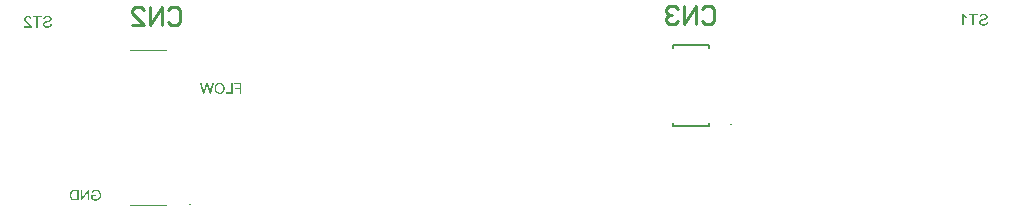
<source format=gbo>
G04*
G04 #@! TF.GenerationSoftware,Altium Limited,Altium Designer,21.4.1 (30)*
G04*
G04 Layer_Color=32896*
%FSLAX25Y25*%
%MOIN*%
G70*
G04*
G04 #@! TF.SameCoordinates,E1CA7C7D-416C-4424-9A17-3CD1BDAA3B9A*
G04*
G04*
G04 #@! TF.FilePolarity,Positive*
G04*
G01*
G75*
%ADD10C,0.00394*%
%ADD11C,0.00787*%
%ADD13C,0.01000*%
G36*
X-139645Y-39339D02*
X-140093D01*
Y-36575D01*
X-141935Y-39339D01*
X-142419D01*
Y-35817D01*
X-141971D01*
Y-38586D01*
X-140123Y-35817D01*
X-139645D01*
Y-39339D01*
D02*
G37*
G36*
X-137273Y-35766D02*
X-137095Y-35791D01*
X-137013Y-35807D01*
X-136937Y-35827D01*
X-136866Y-35842D01*
X-136799Y-35862D01*
X-136738Y-35883D01*
X-136688Y-35903D01*
X-136642Y-35923D01*
X-136601Y-35939D01*
X-136570Y-35954D01*
X-136550Y-35964D01*
X-136535Y-35969D01*
X-136530Y-35974D01*
X-136458Y-36020D01*
X-136387Y-36066D01*
X-136265Y-36173D01*
X-136158Y-36280D01*
X-136072Y-36392D01*
X-136000Y-36489D01*
X-135975Y-36529D01*
X-135954Y-36570D01*
X-135934Y-36601D01*
X-135924Y-36621D01*
X-135919Y-36636D01*
X-135914Y-36641D01*
X-135843Y-36809D01*
X-135792Y-36977D01*
X-135751Y-37140D01*
X-135741Y-37216D01*
X-135725Y-37288D01*
X-135720Y-37354D01*
X-135710Y-37410D01*
X-135705Y-37466D01*
Y-37512D01*
X-135700Y-37547D01*
Y-37573D01*
Y-37593D01*
Y-37598D01*
X-135710Y-37786D01*
X-135736Y-37965D01*
X-135751Y-38046D01*
X-135766Y-38122D01*
X-135786Y-38199D01*
X-135807Y-38265D01*
X-135827Y-38326D01*
X-135848Y-38377D01*
X-135863Y-38428D01*
X-135878Y-38463D01*
X-135893Y-38499D01*
X-135904Y-38519D01*
X-135914Y-38535D01*
Y-38540D01*
X-136005Y-38687D01*
X-136107Y-38815D01*
X-136214Y-38927D01*
X-136316Y-39018D01*
X-136413Y-39090D01*
X-136448Y-39115D01*
X-136484Y-39140D01*
X-136514Y-39156D01*
X-136535Y-39171D01*
X-136550Y-39176D01*
X-136555Y-39181D01*
X-136637Y-39222D01*
X-136718Y-39252D01*
X-136881Y-39308D01*
X-137039Y-39344D01*
X-137186Y-39375D01*
X-137252Y-39380D01*
X-137313Y-39390D01*
X-137370Y-39395D01*
X-137415D01*
X-137451Y-39400D01*
X-137502D01*
X-137644Y-39395D01*
X-137782Y-39380D01*
X-137909Y-39354D01*
X-138021Y-39329D01*
X-138067Y-39319D01*
X-138113Y-39308D01*
X-138153Y-39293D01*
X-138189Y-39283D01*
X-138215Y-39273D01*
X-138235Y-39268D01*
X-138245Y-39263D01*
X-138250D01*
X-138388Y-39207D01*
X-138515Y-39140D01*
X-138637Y-39069D01*
X-138744Y-39003D01*
X-138790Y-38972D01*
X-138835Y-38942D01*
X-138871Y-38916D01*
X-138902Y-38896D01*
X-138927Y-38876D01*
X-138947Y-38860D01*
X-138958Y-38855D01*
X-138963Y-38850D01*
Y-37542D01*
X-137466D01*
Y-37960D01*
X-138505D01*
Y-38621D01*
X-138444Y-38672D01*
X-138372Y-38718D01*
X-138296Y-38759D01*
X-138225Y-38794D01*
X-138164Y-38825D01*
X-138108Y-38850D01*
X-138087Y-38860D01*
X-138077Y-38866D01*
X-138067Y-38871D01*
X-138062D01*
X-137955Y-38906D01*
X-137848Y-38937D01*
X-137751Y-38957D01*
X-137660Y-38967D01*
X-137583Y-38978D01*
X-137553D01*
X-137522Y-38983D01*
X-137471D01*
X-137344Y-38978D01*
X-137222Y-38957D01*
X-137110Y-38932D01*
X-137008Y-38906D01*
X-136927Y-38876D01*
X-136891Y-38866D01*
X-136866Y-38855D01*
X-136840Y-38845D01*
X-136825Y-38835D01*
X-136815Y-38830D01*
X-136810D01*
X-136703Y-38764D01*
X-136606Y-38693D01*
X-136525Y-38616D01*
X-136458Y-38540D01*
X-136402Y-38469D01*
X-136367Y-38412D01*
X-136352Y-38392D01*
X-136346Y-38377D01*
X-136336Y-38367D01*
Y-38362D01*
X-136285Y-38234D01*
X-136245Y-38102D01*
X-136219Y-37970D01*
X-136199Y-37843D01*
X-136194Y-37786D01*
X-136189Y-37736D01*
X-136184Y-37685D01*
Y-37644D01*
X-136179Y-37613D01*
Y-37588D01*
Y-37573D01*
Y-37568D01*
X-136184Y-37425D01*
X-136199Y-37298D01*
X-136219Y-37176D01*
X-136245Y-37069D01*
X-136255Y-37023D01*
X-136270Y-36982D01*
X-136280Y-36947D01*
X-136290Y-36916D01*
X-136301Y-36891D01*
X-136306Y-36875D01*
X-136311Y-36865D01*
Y-36860D01*
X-136346Y-36789D01*
X-136382Y-36723D01*
X-136418Y-36662D01*
X-136453Y-36611D01*
X-136484Y-36570D01*
X-136509Y-36534D01*
X-136530Y-36514D01*
X-136535Y-36509D01*
X-136591Y-36453D01*
X-136652Y-36402D01*
X-136718Y-36361D01*
X-136779Y-36320D01*
X-136830Y-36295D01*
X-136871Y-36270D01*
X-136901Y-36259D01*
X-136911Y-36254D01*
X-137003Y-36219D01*
X-137095Y-36193D01*
X-137191Y-36178D01*
X-137278Y-36163D01*
X-137354Y-36158D01*
X-137385D01*
X-137410Y-36153D01*
X-137466D01*
X-137563Y-36158D01*
X-137655Y-36168D01*
X-137736Y-36183D01*
X-137807Y-36198D01*
X-137868Y-36219D01*
X-137914Y-36234D01*
X-137940Y-36244D01*
X-137950Y-36249D01*
X-138026Y-36285D01*
X-138092Y-36326D01*
X-138153Y-36366D01*
X-138199Y-36407D01*
X-138235Y-36443D01*
X-138265Y-36468D01*
X-138281Y-36489D01*
X-138286Y-36494D01*
X-138331Y-36555D01*
X-138367Y-36626D01*
X-138403Y-36692D01*
X-138433Y-36763D01*
X-138454Y-36825D01*
X-138469Y-36870D01*
X-138474Y-36891D01*
X-138479Y-36906D01*
X-138484Y-36911D01*
Y-36916D01*
X-138907Y-36804D01*
X-138871Y-36677D01*
X-138825Y-36565D01*
X-138779Y-36463D01*
X-138739Y-36382D01*
X-138698Y-36316D01*
X-138668Y-36270D01*
X-138647Y-36239D01*
X-138637Y-36229D01*
X-138566Y-36147D01*
X-138489Y-36081D01*
X-138408Y-36020D01*
X-138331Y-35969D01*
X-138260Y-35934D01*
X-138204Y-35903D01*
X-138184Y-35893D01*
X-138169Y-35888D01*
X-138159Y-35883D01*
X-138153D01*
X-138036Y-35842D01*
X-137914Y-35811D01*
X-137802Y-35786D01*
X-137695Y-35771D01*
X-137599Y-35761D01*
X-137558D01*
X-137527Y-35756D01*
X-137364D01*
X-137273Y-35766D01*
D02*
G37*
G36*
X-143203Y-39339D02*
X-144470D01*
X-144587Y-39334D01*
X-144694Y-39329D01*
X-144791Y-39319D01*
X-144872Y-39308D01*
X-144943Y-39298D01*
X-144994Y-39293D01*
X-145010Y-39288D01*
X-145025Y-39283D01*
X-145035D01*
X-145127Y-39257D01*
X-145208Y-39227D01*
X-145279Y-39202D01*
X-145341Y-39171D01*
X-145391Y-39145D01*
X-145427Y-39125D01*
X-145447Y-39110D01*
X-145457Y-39105D01*
X-145524Y-39059D01*
X-145580Y-39003D01*
X-145636Y-38952D01*
X-145682Y-38901D01*
X-145722Y-38855D01*
X-145753Y-38820D01*
X-145773Y-38794D01*
X-145778Y-38784D01*
X-145829Y-38703D01*
X-145880Y-38616D01*
X-145921Y-38535D01*
X-145951Y-38453D01*
X-145982Y-38382D01*
X-146002Y-38326D01*
X-146007Y-38306D01*
X-146012Y-38290D01*
X-146017Y-38280D01*
Y-38275D01*
X-146048Y-38153D01*
X-146073Y-38031D01*
X-146089Y-37914D01*
X-146104Y-37802D01*
X-146109Y-37705D01*
Y-37664D01*
X-146114Y-37629D01*
Y-37603D01*
Y-37578D01*
Y-37568D01*
Y-37563D01*
X-146109Y-37389D01*
X-146094Y-37232D01*
X-146068Y-37089D01*
X-146058Y-37023D01*
X-146043Y-36967D01*
X-146028Y-36911D01*
X-146017Y-36865D01*
X-146007Y-36825D01*
X-145992Y-36789D01*
X-145987Y-36758D01*
X-145977Y-36738D01*
X-145972Y-36728D01*
Y-36723D01*
X-145916Y-36590D01*
X-145850Y-36473D01*
X-145778Y-36371D01*
X-145712Y-36285D01*
X-145651Y-36214D01*
X-145600Y-36163D01*
X-145580Y-36147D01*
X-145564Y-36132D01*
X-145559Y-36127D01*
X-145554Y-36122D01*
X-145473Y-36056D01*
X-145386Y-36005D01*
X-145300Y-35959D01*
X-145218Y-35923D01*
X-145147Y-35898D01*
X-145091Y-35883D01*
X-145071Y-35873D01*
X-145055D01*
X-145045Y-35868D01*
X-145040D01*
X-144954Y-35852D01*
X-144852Y-35837D01*
X-144750Y-35827D01*
X-144648Y-35822D01*
X-144557Y-35817D01*
X-143203D01*
Y-39339D01*
D02*
G37*
G36*
X-99050Y-3739D02*
X-99538D01*
X-100281Y-1056D01*
X-100302Y-990D01*
X-100317Y-919D01*
X-100337Y-848D01*
X-100353Y-787D01*
X-100368Y-731D01*
X-100378Y-685D01*
X-100383Y-654D01*
X-100388Y-649D01*
Y-644D01*
X-100393Y-660D01*
X-100398Y-685D01*
X-100414Y-741D01*
X-100434Y-807D01*
X-100454Y-878D01*
X-100470Y-945D01*
X-100485Y-1001D01*
X-100490Y-1026D01*
X-100495Y-1041D01*
X-100500Y-1051D01*
Y-1056D01*
X-101238Y-3739D01*
X-101696D01*
X-102663Y-217D01*
X-102190D01*
X-101640Y-2482D01*
X-101600Y-2640D01*
X-101569Y-2782D01*
X-101539Y-2914D01*
X-101513Y-3026D01*
X-101498Y-3077D01*
X-101493Y-3123D01*
X-101482Y-3159D01*
X-101477Y-3189D01*
X-101467Y-3215D01*
Y-3235D01*
X-101462Y-3245D01*
Y-3250D01*
X-101426Y-3026D01*
X-101381Y-2808D01*
X-101335Y-2599D01*
X-101314Y-2502D01*
X-101289Y-2405D01*
X-101269Y-2319D01*
X-101248Y-2242D01*
X-101228Y-2176D01*
X-101213Y-2115D01*
X-101202Y-2069D01*
X-101192Y-2034D01*
X-101182Y-2008D01*
Y-2003D01*
X-100683Y-217D01*
X-100118D01*
X-99452Y-2599D01*
X-99446Y-2619D01*
X-99436Y-2650D01*
X-99426Y-2690D01*
X-99416Y-2736D01*
X-99401Y-2787D01*
X-99391Y-2843D01*
X-99360Y-2955D01*
X-99335Y-3067D01*
X-99319Y-3118D01*
X-99309Y-3159D01*
X-99304Y-3199D01*
X-99294Y-3225D01*
X-99289Y-3245D01*
Y-3250D01*
X-99263Y-3118D01*
X-99238Y-2986D01*
X-99212Y-2863D01*
X-99187Y-2757D01*
X-99177Y-2706D01*
X-99167Y-2660D01*
X-99156Y-2624D01*
X-99151Y-2589D01*
X-99146Y-2563D01*
X-99141Y-2543D01*
X-99136Y-2533D01*
Y-2527D01*
X-98612Y-217D01*
X-98128D01*
X-99050Y-3739D01*
D02*
G37*
G36*
X-88900D02*
X-89368D01*
Y-2141D01*
X-91022D01*
Y-1723D01*
X-89368D01*
Y-634D01*
X-91282D01*
Y-217D01*
X-88900D01*
Y-3739D01*
D02*
G37*
G36*
X-91868D02*
X-94071D01*
Y-3322D01*
X-92336D01*
Y-217D01*
X-91868D01*
Y-3739D01*
D02*
G37*
G36*
X-96031Y-161D02*
X-95904Y-176D01*
X-95782Y-201D01*
X-95665Y-232D01*
X-95558Y-273D01*
X-95456Y-313D01*
X-95364Y-359D01*
X-95283Y-405D01*
X-95206Y-451D01*
X-95140Y-497D01*
X-95084Y-537D01*
X-95038Y-578D01*
X-95003Y-609D01*
X-94972Y-634D01*
X-94957Y-649D01*
X-94952Y-654D01*
X-94871Y-751D01*
X-94799Y-853D01*
X-94733Y-965D01*
X-94682Y-1077D01*
X-94636Y-1194D01*
X-94596Y-1306D01*
X-94565Y-1418D01*
X-94545Y-1525D01*
X-94525Y-1627D01*
X-94509Y-1723D01*
X-94499Y-1810D01*
X-94489Y-1881D01*
Y-1942D01*
X-94484Y-1988D01*
Y-2018D01*
Y-2024D01*
Y-2029D01*
X-94494Y-2202D01*
X-94514Y-2359D01*
X-94545Y-2512D01*
X-94565Y-2578D01*
X-94586Y-2645D01*
X-94601Y-2701D01*
X-94621Y-2751D01*
X-94636Y-2797D01*
X-94652Y-2838D01*
X-94662Y-2868D01*
X-94672Y-2889D01*
X-94682Y-2904D01*
Y-2909D01*
X-94769Y-3057D01*
X-94860Y-3184D01*
X-94962Y-3296D01*
X-95059Y-3388D01*
X-95145Y-3464D01*
X-95181Y-3495D01*
X-95212Y-3515D01*
X-95242Y-3535D01*
X-95262Y-3551D01*
X-95273Y-3556D01*
X-95278Y-3561D01*
X-95354Y-3602D01*
X-95430Y-3637D01*
X-95583Y-3698D01*
X-95731Y-3739D01*
X-95868Y-3770D01*
X-95934Y-3780D01*
X-95990Y-3785D01*
X-96041Y-3795D01*
X-96087D01*
X-96118Y-3800D01*
X-96169D01*
X-96337Y-3790D01*
X-96494Y-3764D01*
X-96642Y-3734D01*
X-96708Y-3714D01*
X-96769Y-3693D01*
X-96825Y-3673D01*
X-96876Y-3652D01*
X-96917Y-3637D01*
X-96952Y-3622D01*
X-96983Y-3607D01*
X-97008Y-3596D01*
X-97019Y-3586D01*
X-97024D01*
X-97166Y-3495D01*
X-97288Y-3393D01*
X-97390Y-3286D01*
X-97477Y-3184D01*
X-97548Y-3087D01*
X-97573Y-3052D01*
X-97594Y-3016D01*
X-97614Y-2986D01*
X-97624Y-2965D01*
X-97634Y-2950D01*
Y-2945D01*
X-97675Y-2863D01*
X-97706Y-2782D01*
X-97762Y-2619D01*
X-97802Y-2456D01*
X-97828Y-2309D01*
X-97833Y-2242D01*
X-97843Y-2181D01*
X-97848Y-2125D01*
Y-2080D01*
X-97853Y-2039D01*
Y-2013D01*
Y-1993D01*
Y-1988D01*
X-97843Y-1795D01*
X-97823Y-1616D01*
X-97808Y-1535D01*
X-97787Y-1453D01*
X-97767Y-1382D01*
X-97751Y-1316D01*
X-97731Y-1255D01*
X-97711Y-1199D01*
X-97695Y-1153D01*
X-97675Y-1113D01*
X-97665Y-1082D01*
X-97655Y-1062D01*
X-97645Y-1046D01*
Y-1041D01*
X-97563Y-894D01*
X-97466Y-761D01*
X-97365Y-649D01*
X-97273Y-558D01*
X-97186Y-486D01*
X-97146Y-456D01*
X-97115Y-430D01*
X-97085Y-415D01*
X-97064Y-400D01*
X-97054Y-395D01*
X-97049Y-390D01*
X-96973Y-349D01*
X-96896Y-313D01*
X-96749Y-252D01*
X-96596Y-212D01*
X-96464Y-186D01*
X-96403Y-176D01*
X-96342Y-166D01*
X-96296Y-161D01*
X-96250D01*
X-96214Y-156D01*
X-96169D01*
X-96031Y-161D01*
D02*
G37*
G36*
X-160049Y22131D02*
X-159955Y22126D01*
X-159866Y22109D01*
X-159783Y22093D01*
X-159705Y22070D01*
X-159633Y22048D01*
X-159567Y22020D01*
X-159505Y21993D01*
X-159450Y21965D01*
X-159406Y21937D01*
X-159367Y21915D01*
X-159334Y21893D01*
X-159306Y21876D01*
X-159289Y21859D01*
X-159278Y21854D01*
X-159272Y21848D01*
X-159217Y21793D01*
X-159167Y21732D01*
X-159117Y21665D01*
X-159078Y21599D01*
X-159012Y21465D01*
X-158967Y21332D01*
X-158950Y21271D01*
X-158934Y21210D01*
X-158923Y21160D01*
X-158912Y21116D01*
X-158906Y21077D01*
Y21049D01*
X-158901Y21033D01*
Y21027D01*
X-159383Y20977D01*
X-159395Y21105D01*
X-159417Y21216D01*
X-159450Y21316D01*
X-159489Y21393D01*
X-159522Y21460D01*
X-159555Y21504D01*
X-159578Y21532D01*
X-159589Y21543D01*
X-159672Y21610D01*
X-159761Y21660D01*
X-159855Y21699D01*
X-159938Y21721D01*
X-160016Y21737D01*
X-160083Y21743D01*
X-160105Y21748D01*
X-160138D01*
X-160255Y21743D01*
X-160360Y21721D01*
X-160449Y21687D01*
X-160527Y21654D01*
X-160588Y21615D01*
X-160627Y21587D01*
X-160654Y21565D01*
X-160666Y21554D01*
X-160732Y21476D01*
X-160782Y21399D01*
X-160821Y21321D01*
X-160843Y21243D01*
X-160860Y21182D01*
X-160865Y21127D01*
X-160871Y21093D01*
Y21088D01*
Y21082D01*
X-160860Y20983D01*
X-160837Y20877D01*
X-160799Y20783D01*
X-160760Y20694D01*
X-160715Y20622D01*
X-160677Y20561D01*
X-160666Y20539D01*
X-160654Y20522D01*
X-160643Y20516D01*
Y20511D01*
X-160599Y20450D01*
X-160543Y20389D01*
X-160482Y20322D01*
X-160416Y20256D01*
X-160277Y20122D01*
X-160138Y19989D01*
X-160066Y19928D01*
X-160005Y19873D01*
X-159944Y19823D01*
X-159894Y19778D01*
X-159855Y19745D01*
X-159822Y19717D01*
X-159800Y19701D01*
X-159794Y19695D01*
X-159655Y19578D01*
X-159528Y19467D01*
X-159422Y19367D01*
X-159339Y19284D01*
X-159267Y19212D01*
X-159217Y19162D01*
X-159189Y19129D01*
X-159178Y19123D01*
Y19118D01*
X-159100Y19023D01*
X-159039Y18935D01*
X-158984Y18846D01*
X-158939Y18768D01*
X-158906Y18701D01*
X-158884Y18652D01*
X-158873Y18618D01*
X-158867Y18613D01*
Y18607D01*
X-158845Y18546D01*
X-158834Y18491D01*
X-158823Y18435D01*
X-158817Y18385D01*
X-158812Y18341D01*
Y18307D01*
Y18285D01*
Y18280D01*
X-161359D01*
Y18735D01*
X-159467D01*
X-159533Y18829D01*
X-159567Y18868D01*
X-159594Y18907D01*
X-159622Y18940D01*
X-159644Y18962D01*
X-159661Y18979D01*
X-159667Y18984D01*
X-159694Y19012D01*
X-159728Y19040D01*
X-159805Y19112D01*
X-159894Y19195D01*
X-159988Y19279D01*
X-160077Y19351D01*
X-160116Y19384D01*
X-160149Y19417D01*
X-160177Y19440D01*
X-160199Y19456D01*
X-160210Y19467D01*
X-160216Y19473D01*
X-160305Y19551D01*
X-160394Y19623D01*
X-160471Y19695D01*
X-160543Y19756D01*
X-160610Y19817D01*
X-160666Y19873D01*
X-160721Y19922D01*
X-160765Y19967D01*
X-160810Y20011D01*
X-160843Y20045D01*
X-160871Y20072D01*
X-160899Y20100D01*
X-160926Y20133D01*
X-160937Y20144D01*
X-161015Y20239D01*
X-161082Y20322D01*
X-161137Y20405D01*
X-161182Y20472D01*
X-161215Y20533D01*
X-161237Y20577D01*
X-161248Y20605D01*
X-161254Y20616D01*
X-161287Y20699D01*
X-161309Y20783D01*
X-161331Y20861D01*
X-161343Y20927D01*
X-161348Y20988D01*
X-161354Y21033D01*
Y21060D01*
Y21071D01*
X-161348Y21155D01*
X-161337Y21232D01*
X-161326Y21310D01*
X-161304Y21377D01*
X-161248Y21510D01*
X-161193Y21615D01*
X-161159Y21665D01*
X-161132Y21704D01*
X-161104Y21743D01*
X-161076Y21771D01*
X-161054Y21793D01*
X-161043Y21815D01*
X-161032Y21821D01*
X-161026Y21826D01*
X-160965Y21882D01*
X-160899Y21932D01*
X-160826Y21970D01*
X-160754Y22004D01*
X-160610Y22059D01*
X-160466Y22098D01*
X-160405Y22109D01*
X-160344Y22120D01*
X-160288Y22126D01*
X-160244Y22131D01*
X-160205Y22137D01*
X-160149D01*
X-160049Y22131D01*
D02*
G37*
G36*
X-155504Y21665D02*
X-156769D01*
Y18280D01*
X-157280D01*
Y21665D01*
X-158545D01*
Y22120D01*
X-155504D01*
Y21665D01*
D02*
G37*
G36*
X-153389Y22181D02*
X-153262Y22165D01*
X-153140Y22142D01*
X-153034Y22120D01*
X-152951Y22098D01*
X-152912Y22087D01*
X-152884Y22076D01*
X-152862Y22065D01*
X-152846Y22059D01*
X-152834Y22054D01*
X-152829D01*
X-152718Y21998D01*
X-152618Y21937D01*
X-152535Y21871D01*
X-152468Y21810D01*
X-152418Y21754D01*
X-152379Y21710D01*
X-152352Y21676D01*
X-152346Y21671D01*
Y21665D01*
X-152290Y21571D01*
X-152252Y21476D01*
X-152224Y21382D01*
X-152207Y21299D01*
X-152196Y21227D01*
X-152185Y21171D01*
Y21149D01*
Y21132D01*
Y21127D01*
Y21121D01*
X-152191Y21027D01*
X-152207Y20938D01*
X-152229Y20855D01*
X-152252Y20783D01*
X-152274Y20727D01*
X-152296Y20683D01*
X-152313Y20655D01*
X-152318Y20644D01*
X-152374Y20566D01*
X-152440Y20494D01*
X-152507Y20433D01*
X-152574Y20383D01*
X-152629Y20339D01*
X-152679Y20311D01*
X-152712Y20289D01*
X-152718Y20283D01*
X-152723D01*
X-152768Y20261D01*
X-152818Y20239D01*
X-152929Y20200D01*
X-153056Y20161D01*
X-153179Y20122D01*
X-153289Y20089D01*
X-153340Y20078D01*
X-153384Y20067D01*
X-153417Y20056D01*
X-153445Y20050D01*
X-153462Y20045D01*
X-153467D01*
X-153561Y20022D01*
X-153650Y20000D01*
X-153728Y19978D01*
X-153795Y19961D01*
X-153861Y19945D01*
X-153917Y19928D01*
X-153967Y19917D01*
X-154006Y19900D01*
X-154044Y19889D01*
X-154072Y19884D01*
X-154116Y19867D01*
X-154144Y19861D01*
X-154150Y19856D01*
X-154233Y19823D01*
X-154305Y19784D01*
X-154366Y19745D01*
X-154411Y19712D01*
X-154449Y19678D01*
X-154472Y19656D01*
X-154488Y19639D01*
X-154494Y19634D01*
X-154533Y19584D01*
X-154560Y19529D01*
X-154577Y19473D01*
X-154594Y19429D01*
X-154599Y19384D01*
X-154605Y19351D01*
Y19323D01*
Y19318D01*
X-154599Y19251D01*
X-154588Y19190D01*
X-154572Y19134D01*
X-154549Y19090D01*
X-154527Y19046D01*
X-154510Y19018D01*
X-154499Y18996D01*
X-154494Y18990D01*
X-154449Y18935D01*
X-154394Y18890D01*
X-154339Y18851D01*
X-154288Y18812D01*
X-154239Y18790D01*
X-154200Y18768D01*
X-154172Y18757D01*
X-154161Y18751D01*
X-154078Y18724D01*
X-153989Y18701D01*
X-153900Y18690D01*
X-153822Y18679D01*
X-153756Y18674D01*
X-153700Y18668D01*
X-153650D01*
X-153528Y18674D01*
X-153417Y18685D01*
X-153317Y18701D01*
X-153228Y18724D01*
X-153156Y18746D01*
X-153101Y18763D01*
X-153084Y18768D01*
X-153068Y18774D01*
X-153062Y18779D01*
X-153056D01*
X-152968Y18824D01*
X-152884Y18874D01*
X-152823Y18924D01*
X-152768Y18973D01*
X-152723Y19012D01*
X-152696Y19051D01*
X-152679Y19073D01*
X-152673Y19079D01*
X-152635Y19151D01*
X-152596Y19229D01*
X-152574Y19312D01*
X-152551Y19384D01*
X-152535Y19456D01*
X-152524Y19506D01*
Y19529D01*
X-152518Y19545D01*
Y19551D01*
Y19556D01*
X-152041Y19512D01*
X-152052Y19373D01*
X-152074Y19240D01*
X-152107Y19123D01*
X-152146Y19018D01*
X-152185Y18935D01*
X-152202Y18901D01*
X-152213Y18874D01*
X-152229Y18851D01*
X-152235Y18835D01*
X-152246Y18824D01*
Y18818D01*
X-152329Y18713D01*
X-152418Y18618D01*
X-152513Y18541D01*
X-152601Y18474D01*
X-152679Y18424D01*
X-152746Y18391D01*
X-152768Y18380D01*
X-152785Y18369D01*
X-152796Y18363D01*
X-152801D01*
X-152940Y18313D01*
X-153084Y18274D01*
X-153228Y18252D01*
X-153367Y18230D01*
X-153434Y18224D01*
X-153489Y18219D01*
X-153539D01*
X-153584Y18213D01*
X-153673D01*
X-153822Y18219D01*
X-153961Y18235D01*
X-154089Y18263D01*
X-154194Y18291D01*
X-154283Y18313D01*
X-154322Y18330D01*
X-154355Y18341D01*
X-154377Y18352D01*
X-154394Y18357D01*
X-154405Y18363D01*
X-154411D01*
X-154527Y18424D01*
X-154627Y18491D01*
X-154716Y18563D01*
X-154788Y18629D01*
X-154843Y18685D01*
X-154882Y18735D01*
X-154910Y18768D01*
X-154916Y18774D01*
Y18779D01*
X-154977Y18885D01*
X-155021Y18984D01*
X-155049Y19079D01*
X-155071Y19168D01*
X-155082Y19245D01*
X-155093Y19307D01*
Y19329D01*
Y19345D01*
Y19351D01*
Y19356D01*
X-155088Y19467D01*
X-155071Y19573D01*
X-155043Y19667D01*
X-155016Y19745D01*
X-154982Y19812D01*
X-154960Y19861D01*
X-154938Y19889D01*
X-154932Y19900D01*
X-154866Y19984D01*
X-154788Y20061D01*
X-154705Y20128D01*
X-154622Y20189D01*
X-154549Y20233D01*
X-154488Y20267D01*
X-154466Y20278D01*
X-154449Y20289D01*
X-154438Y20294D01*
X-154433D01*
X-154388Y20317D01*
X-154333Y20333D01*
X-154272Y20355D01*
X-154205Y20378D01*
X-154067Y20416D01*
X-153922Y20455D01*
X-153856Y20472D01*
X-153795Y20489D01*
X-153734Y20505D01*
X-153684Y20516D01*
X-153645Y20527D01*
X-153611Y20533D01*
X-153589Y20539D01*
X-153584D01*
X-153473Y20566D01*
X-153373Y20588D01*
X-153284Y20616D01*
X-153206Y20639D01*
X-153134Y20666D01*
X-153073Y20688D01*
X-153018Y20711D01*
X-152968Y20727D01*
X-152929Y20749D01*
X-152895Y20766D01*
X-152873Y20777D01*
X-152851Y20794D01*
X-152823Y20810D01*
X-152818Y20816D01*
X-152768Y20872D01*
X-152734Y20927D01*
X-152707Y20983D01*
X-152690Y21038D01*
X-152679Y21082D01*
X-152673Y21121D01*
Y21144D01*
Y21155D01*
X-152685Y21243D01*
X-152707Y21321D01*
X-152740Y21388D01*
X-152779Y21449D01*
X-152812Y21493D01*
X-152846Y21532D01*
X-152868Y21554D01*
X-152879Y21560D01*
X-152923Y21587D01*
X-152968Y21615D01*
X-153073Y21660D01*
X-153184Y21687D01*
X-153295Y21710D01*
X-153395Y21721D01*
X-153439Y21726D01*
X-153473Y21732D01*
X-153550D01*
X-153706Y21726D01*
X-153844Y21704D01*
X-153955Y21671D01*
X-154050Y21637D01*
X-154122Y21604D01*
X-154177Y21571D01*
X-154205Y21549D01*
X-154216Y21543D01*
X-154294Y21465D01*
X-154355Y21382D01*
X-154405Y21293D01*
X-154438Y21205D01*
X-154461Y21121D01*
X-154477Y21060D01*
X-154483Y21033D01*
X-154488Y21016D01*
Y21005D01*
Y20999D01*
X-154977Y21038D01*
X-154966Y21160D01*
X-154938Y21271D01*
X-154910Y21377D01*
X-154871Y21465D01*
X-154838Y21538D01*
X-154810Y21593D01*
X-154799Y21610D01*
X-154788Y21626D01*
X-154782Y21632D01*
Y21637D01*
X-154710Y21732D01*
X-154633Y21815D01*
X-154549Y21887D01*
X-154466Y21943D01*
X-154394Y21993D01*
X-154339Y22020D01*
X-154316Y22031D01*
X-154300Y22043D01*
X-154288Y22048D01*
X-154283D01*
X-154161Y22093D01*
X-154028Y22126D01*
X-153906Y22154D01*
X-153789Y22170D01*
X-153684Y22181D01*
X-153645D01*
X-153606Y22187D01*
X-153534D01*
X-153389Y22181D01*
D02*
G37*
G36*
X151754Y22743D02*
X151815Y22654D01*
X151887Y22565D01*
X151954Y22487D01*
X152020Y22421D01*
X152070Y22365D01*
X152093Y22349D01*
X152109Y22332D01*
X152115Y22326D01*
X152120Y22321D01*
X152237Y22226D01*
X152353Y22138D01*
X152464Y22060D01*
X152575Y21999D01*
X152670Y21943D01*
X152708Y21921D01*
X152742Y21905D01*
X152770Y21888D01*
X152792Y21882D01*
X152803Y21871D01*
X152808D01*
Y21416D01*
X152725Y21449D01*
X152642Y21488D01*
X152559Y21527D01*
X152481Y21566D01*
X152414Y21599D01*
X152359Y21627D01*
X152326Y21649D01*
X152320Y21655D01*
X152314D01*
X152215Y21716D01*
X152126Y21777D01*
X152048Y21832D01*
X151987Y21882D01*
X151932Y21921D01*
X151898Y21955D01*
X151871Y21977D01*
X151865Y21982D01*
Y18980D01*
X151393D01*
Y22837D01*
X151699D01*
X151754Y22743D01*
D02*
G37*
G36*
X156544Y22365D02*
X155278D01*
Y18980D01*
X154768D01*
Y22365D01*
X153502D01*
Y22820D01*
X156544D01*
Y22365D01*
D02*
G37*
G36*
X158658Y22881D02*
X158786Y22865D01*
X158908Y22842D01*
X159013Y22820D01*
X159097Y22798D01*
X159135Y22787D01*
X159163Y22776D01*
X159185Y22765D01*
X159202Y22759D01*
X159213Y22754D01*
X159219D01*
X159330Y22698D01*
X159430Y22637D01*
X159513Y22571D01*
X159579Y22510D01*
X159629Y22454D01*
X159668Y22410D01*
X159696Y22376D01*
X159702Y22371D01*
Y22365D01*
X159757Y22271D01*
X159796Y22176D01*
X159824Y22082D01*
X159840Y21999D01*
X159851Y21927D01*
X159862Y21871D01*
Y21849D01*
Y21832D01*
Y21827D01*
Y21821D01*
X159857Y21727D01*
X159840Y21638D01*
X159818Y21555D01*
X159796Y21483D01*
X159774Y21427D01*
X159751Y21383D01*
X159735Y21355D01*
X159729Y21344D01*
X159674Y21266D01*
X159607Y21194D01*
X159541Y21133D01*
X159474Y21083D01*
X159418Y21039D01*
X159369Y21011D01*
X159335Y20989D01*
X159330Y20983D01*
X159324D01*
X159280Y20961D01*
X159230Y20939D01*
X159119Y20900D01*
X158991Y20861D01*
X158869Y20822D01*
X158758Y20789D01*
X158708Y20778D01*
X158664Y20767D01*
X158630Y20756D01*
X158603Y20750D01*
X158586Y20745D01*
X158580D01*
X158486Y20722D01*
X158397Y20700D01*
X158320Y20678D01*
X158253Y20661D01*
X158186Y20645D01*
X158131Y20628D01*
X158081Y20617D01*
X158042Y20600D01*
X158003Y20589D01*
X157975Y20584D01*
X157931Y20567D01*
X157903Y20561D01*
X157898Y20556D01*
X157815Y20523D01*
X157742Y20484D01*
X157681Y20445D01*
X157637Y20412D01*
X157598Y20378D01*
X157576Y20356D01*
X157559Y20339D01*
X157554Y20334D01*
X157515Y20284D01*
X157487Y20229D01*
X157471Y20173D01*
X157454Y20129D01*
X157448Y20084D01*
X157443Y20051D01*
Y20023D01*
Y20018D01*
X157448Y19951D01*
X157459Y19890D01*
X157476Y19834D01*
X157498Y19790D01*
X157520Y19746D01*
X157537Y19718D01*
X157548Y19696D01*
X157554Y19690D01*
X157598Y19635D01*
X157654Y19590D01*
X157709Y19551D01*
X157759Y19512D01*
X157809Y19490D01*
X157848Y19468D01*
X157876Y19457D01*
X157887Y19451D01*
X157970Y19424D01*
X158059Y19401D01*
X158148Y19390D01*
X158225Y19379D01*
X158292Y19374D01*
X158347Y19368D01*
X158397D01*
X158519Y19374D01*
X158630Y19385D01*
X158730Y19401D01*
X158819Y19424D01*
X158891Y19446D01*
X158947Y19463D01*
X158963Y19468D01*
X158980Y19474D01*
X158986Y19479D01*
X158991D01*
X159080Y19524D01*
X159163Y19574D01*
X159224Y19624D01*
X159280Y19673D01*
X159324Y19712D01*
X159352Y19751D01*
X159369Y19773D01*
X159374Y19779D01*
X159413Y19851D01*
X159452Y19929D01*
X159474Y20012D01*
X159496Y20084D01*
X159513Y20156D01*
X159524Y20206D01*
Y20229D01*
X159529Y20245D01*
Y20251D01*
Y20256D01*
X160007Y20212D01*
X159996Y20073D01*
X159974Y19940D01*
X159940Y19823D01*
X159901Y19718D01*
X159862Y19635D01*
X159846Y19601D01*
X159835Y19574D01*
X159818Y19551D01*
X159813Y19535D01*
X159801Y19524D01*
Y19518D01*
X159718Y19413D01*
X159629Y19318D01*
X159535Y19241D01*
X159446Y19174D01*
X159369Y19124D01*
X159302Y19091D01*
X159280Y19080D01*
X159263Y19069D01*
X159252Y19063D01*
X159247D01*
X159108Y19013D01*
X158963Y18974D01*
X158819Y18952D01*
X158680Y18930D01*
X158614Y18924D01*
X158558Y18919D01*
X158508D01*
X158464Y18913D01*
X158375D01*
X158225Y18919D01*
X158087Y18935D01*
X157959Y18963D01*
X157853Y18991D01*
X157765Y19013D01*
X157726Y19030D01*
X157693Y19041D01*
X157670Y19052D01*
X157654Y19057D01*
X157642Y19063D01*
X157637D01*
X157520Y19124D01*
X157421Y19191D01*
X157332Y19263D01*
X157260Y19329D01*
X157204Y19385D01*
X157165Y19435D01*
X157137Y19468D01*
X157132Y19474D01*
Y19479D01*
X157071Y19585D01*
X157026Y19684D01*
X156999Y19779D01*
X156976Y19868D01*
X156965Y19945D01*
X156954Y20007D01*
Y20029D01*
Y20045D01*
Y20051D01*
Y20056D01*
X156960Y20167D01*
X156976Y20273D01*
X157004Y20367D01*
X157032Y20445D01*
X157065Y20512D01*
X157088Y20561D01*
X157110Y20589D01*
X157115Y20600D01*
X157182Y20684D01*
X157260Y20761D01*
X157343Y20828D01*
X157426Y20889D01*
X157498Y20933D01*
X157559Y20967D01*
X157581Y20978D01*
X157598Y20989D01*
X157609Y20994D01*
X157615D01*
X157659Y21017D01*
X157715Y21033D01*
X157776Y21055D01*
X157842Y21078D01*
X157981Y21116D01*
X158125Y21155D01*
X158192Y21172D01*
X158253Y21189D01*
X158314Y21205D01*
X158364Y21216D01*
X158403Y21227D01*
X158436Y21233D01*
X158458Y21239D01*
X158464D01*
X158575Y21266D01*
X158675Y21289D01*
X158764Y21316D01*
X158841Y21339D01*
X158913Y21366D01*
X158975Y21388D01*
X159030Y21411D01*
X159080Y21427D01*
X159119Y21449D01*
X159152Y21466D01*
X159174Y21477D01*
X159196Y21494D01*
X159224Y21510D01*
X159230Y21516D01*
X159280Y21572D01*
X159313Y21627D01*
X159341Y21683D01*
X159357Y21738D01*
X159369Y21782D01*
X159374Y21821D01*
Y21844D01*
Y21855D01*
X159363Y21943D01*
X159341Y22021D01*
X159308Y22088D01*
X159269Y22149D01*
X159235Y22193D01*
X159202Y22232D01*
X159180Y22254D01*
X159169Y22260D01*
X159124Y22287D01*
X159080Y22315D01*
X158975Y22360D01*
X158863Y22387D01*
X158753Y22410D01*
X158653Y22421D01*
X158608Y22426D01*
X158575Y22432D01*
X158497D01*
X158342Y22426D01*
X158203Y22404D01*
X158092Y22371D01*
X157998Y22337D01*
X157925Y22304D01*
X157870Y22271D01*
X157842Y22249D01*
X157831Y22243D01*
X157754Y22165D01*
X157693Y22082D01*
X157642Y21993D01*
X157609Y21905D01*
X157587Y21821D01*
X157570Y21760D01*
X157565Y21733D01*
X157559Y21716D01*
Y21705D01*
Y21699D01*
X157071Y21738D01*
X157082Y21860D01*
X157110Y21971D01*
X157137Y22077D01*
X157176Y22165D01*
X157210Y22238D01*
X157237Y22293D01*
X157248Y22310D01*
X157260Y22326D01*
X157265Y22332D01*
Y22337D01*
X157337Y22432D01*
X157415Y22515D01*
X157498Y22587D01*
X157581Y22643D01*
X157654Y22693D01*
X157709Y22720D01*
X157731Y22731D01*
X157748Y22743D01*
X157759Y22748D01*
X157765D01*
X157887Y22793D01*
X158020Y22826D01*
X158142Y22854D01*
X158258Y22870D01*
X158364Y22881D01*
X158403D01*
X158442Y22887D01*
X158514D01*
X158658Y22881D01*
D02*
G37*
%LPC*%
G36*
X-143671Y-36234D02*
X-144485D01*
X-144552Y-36239D01*
X-144618D01*
X-144679Y-36244D01*
X-144781Y-36259D01*
X-144862Y-36270D01*
X-144928Y-36285D01*
X-144974Y-36300D01*
X-144999Y-36305D01*
X-145010Y-36310D01*
X-145101Y-36356D01*
X-145188Y-36412D01*
X-145264Y-36478D01*
X-145330Y-36544D01*
X-145381Y-36606D01*
X-145422Y-36656D01*
X-145432Y-36677D01*
X-145442Y-36692D01*
X-145452Y-36702D01*
Y-36707D01*
X-145483Y-36763D01*
X-145513Y-36830D01*
X-145559Y-36962D01*
X-145590Y-37104D01*
X-145615Y-37242D01*
X-145620Y-37303D01*
X-145625Y-37364D01*
X-145631Y-37415D01*
Y-37461D01*
X-145636Y-37501D01*
Y-37527D01*
Y-37547D01*
Y-37552D01*
X-145631Y-37695D01*
X-145620Y-37827D01*
X-145605Y-37944D01*
X-145590Y-38046D01*
X-145580Y-38087D01*
X-145570Y-38122D01*
X-145559Y-38158D01*
X-145554Y-38184D01*
X-145549Y-38204D01*
X-145544Y-38219D01*
X-145539Y-38229D01*
Y-38234D01*
X-145503Y-38331D01*
X-145463Y-38418D01*
X-145417Y-38494D01*
X-145376Y-38560D01*
X-145341Y-38611D01*
X-145310Y-38647D01*
X-145290Y-38667D01*
X-145284Y-38677D01*
X-145234Y-38718D01*
X-145183Y-38754D01*
X-145132Y-38784D01*
X-145081Y-38815D01*
X-145035Y-38835D01*
X-144999Y-38850D01*
X-144974Y-38855D01*
X-144964Y-38860D01*
X-144887Y-38881D01*
X-144796Y-38896D01*
X-144704Y-38906D01*
X-144618Y-38911D01*
X-144541Y-38916D01*
X-144506Y-38921D01*
X-143671D01*
Y-36234D01*
D02*
G37*
G36*
X-96123Y-558D02*
X-96169D01*
X-96296Y-563D01*
X-96418Y-583D01*
X-96525Y-614D01*
X-96616Y-644D01*
X-96693Y-680D01*
X-96723Y-695D01*
X-96749Y-705D01*
X-96774Y-721D01*
X-96789Y-726D01*
X-96795Y-736D01*
X-96800D01*
X-96896Y-807D01*
X-96983Y-888D01*
X-97059Y-970D01*
X-97120Y-1051D01*
X-97166Y-1123D01*
X-97202Y-1184D01*
X-97212Y-1204D01*
X-97222Y-1219D01*
X-97227Y-1230D01*
Y-1235D01*
X-97278Y-1357D01*
X-97314Y-1489D01*
X-97339Y-1611D01*
X-97355Y-1728D01*
X-97365Y-1784D01*
X-97370Y-1830D01*
Y-1876D01*
X-97375Y-1912D01*
Y-1942D01*
Y-1963D01*
Y-1978D01*
Y-1983D01*
X-97370Y-2105D01*
X-97360Y-2222D01*
X-97344Y-2334D01*
X-97324Y-2436D01*
X-97293Y-2527D01*
X-97268Y-2614D01*
X-97237Y-2695D01*
X-97207Y-2767D01*
X-97171Y-2828D01*
X-97141Y-2884D01*
X-97115Y-2930D01*
X-97090Y-2965D01*
X-97064Y-2996D01*
X-97049Y-3021D01*
X-97039Y-3031D01*
X-97034Y-3036D01*
X-96968Y-3103D01*
X-96896Y-3159D01*
X-96825Y-3204D01*
X-96754Y-3250D01*
X-96683Y-3286D01*
X-96606Y-3311D01*
X-96540Y-3337D01*
X-96469Y-3357D01*
X-96408Y-3372D01*
X-96347Y-3383D01*
X-96296Y-3393D01*
X-96250Y-3398D01*
X-96214D01*
X-96189Y-3403D01*
X-96163D01*
X-96067Y-3398D01*
X-95975Y-3388D01*
X-95894Y-3367D01*
X-95812Y-3347D01*
X-95736Y-3316D01*
X-95665Y-3286D01*
X-95598Y-3255D01*
X-95537Y-3220D01*
X-95486Y-3184D01*
X-95441Y-3154D01*
X-95400Y-3123D01*
X-95364Y-3093D01*
X-95339Y-3072D01*
X-95319Y-3052D01*
X-95308Y-3042D01*
X-95303Y-3036D01*
X-95242Y-2965D01*
X-95191Y-2889D01*
X-95145Y-2808D01*
X-95105Y-2726D01*
X-95074Y-2640D01*
X-95044Y-2558D01*
X-95003Y-2395D01*
X-94993Y-2324D01*
X-94983Y-2253D01*
X-94972Y-2192D01*
X-94967Y-2141D01*
X-94962Y-2095D01*
Y-2059D01*
Y-2039D01*
Y-2034D01*
X-94967Y-1891D01*
X-94977Y-1759D01*
X-94993Y-1632D01*
X-95018Y-1520D01*
X-95044Y-1418D01*
X-95074Y-1326D01*
X-95110Y-1240D01*
X-95140Y-1168D01*
X-95176Y-1102D01*
X-95206Y-1046D01*
X-95237Y-1001D01*
X-95262Y-965D01*
X-95288Y-934D01*
X-95303Y-914D01*
X-95313Y-904D01*
X-95319Y-899D01*
X-95385Y-838D01*
X-95456Y-787D01*
X-95527Y-741D01*
X-95604Y-700D01*
X-95675Y-670D01*
X-95746Y-639D01*
X-95878Y-598D01*
X-95939Y-588D01*
X-95995Y-578D01*
X-96041Y-568D01*
X-96087Y-563D01*
X-96123Y-558D01*
D02*
G37*
%LPD*%
D10*
X73992Y-13953D02*
G03*
X74386Y-13953I197J0D01*
G01*
D02*
G03*
X73992Y-13953I-197J0D01*
G01*
D02*
G03*
X74386Y-13953I197J0D01*
G01*
X-126004Y-40748D02*
X-113996D01*
X-126004Y10748D02*
X-113996D01*
D11*
X-106024Y-40591D02*
G03*
X-106024Y-40591I-197J0D01*
G01*
X55094Y11598D02*
Y12405D01*
X66905D01*
Y11598D02*
Y12405D01*
Y-14386D02*
Y-13598D01*
X55094Y-14386D02*
X66905D01*
X55094D02*
Y-13598D01*
D13*
X64599Y24499D02*
X65598Y25499D01*
X67598D01*
X68597Y24499D01*
Y20501D01*
X67598Y19501D01*
X65598D01*
X64599Y20501D01*
X62599Y19501D02*
Y25499D01*
X58601Y19501D01*
Y25499D01*
X56601Y24499D02*
X55602Y25499D01*
X53602D01*
X52603Y24499D01*
Y23500D01*
X53602Y22500D01*
X54602D01*
X53602D01*
X52603Y21500D01*
Y20501D01*
X53602Y19501D01*
X55602D01*
X56601Y20501D01*
X-113501Y23999D02*
X-112502Y24999D01*
X-110502D01*
X-109503Y23999D01*
Y20001D01*
X-110502Y19001D01*
X-112502D01*
X-113501Y20001D01*
X-115501Y19001D02*
Y24999D01*
X-119499Y19001D01*
Y24999D01*
X-125497Y19001D02*
X-121499D01*
X-125497Y23000D01*
Y23999D01*
X-124498Y24999D01*
X-122498D01*
X-121499Y23999D01*
M02*

</source>
